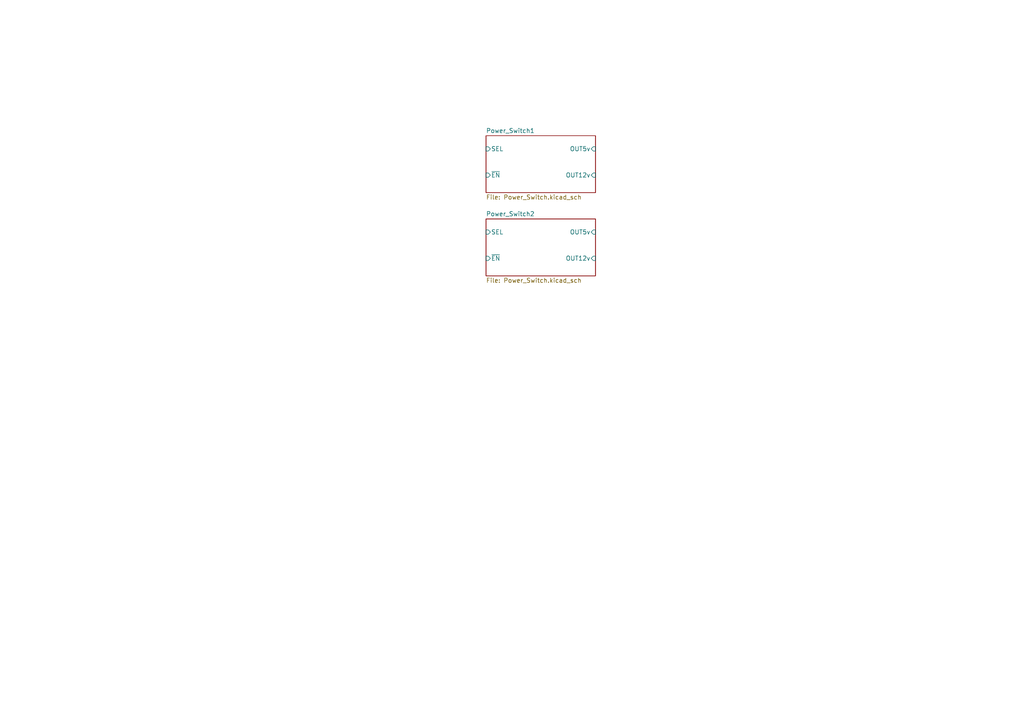
<source format=kicad_sch>
(kicad_sch
	(version 20250114)
	(generator "eeschema")
	(generator_version "9.0")
	(uuid "1f3a7e08-e79a-4dd0-a9ea-bc7cf04d9899")
	(paper "A4")
	(lib_symbols)
	(sheet
		(at 140.97 39.37)
		(size 31.75 16.51)
		(exclude_from_sim no)
		(in_bom yes)
		(on_board yes)
		(dnp no)
		(fields_autoplaced yes)
		(stroke
			(width 0.1524)
			(type solid)
		)
		(fill
			(color 0 0 0 0.0000)
		)
		(uuid "02cafb15-97fd-4bf3-a7ff-c287e9f70498")
		(property "Sheetname" "Power_Switch1"
			(at 140.97 38.6584 0)
			(effects
				(font
					(size 1.27 1.27)
				)
				(justify left bottom)
			)
		)
		(property "Sheetfile" "Power_Switch.kicad_sch"
			(at 140.97 56.4646 0)
			(effects
				(font
					(size 1.27 1.27)
				)
				(justify left top)
			)
		)
		(property "Field2" ""
			(at 140.97 39.37 0)
			(effects
				(font
					(size 1.27 1.27)
				)
			)
		)
		(pin "SEL" input
			(at 140.97 43.18 180)
			(uuid "e4fa8f22-94d5-423d-8430-a4944b5b2e0c")
			(effects
				(font
					(size 1.27 1.27)
				)
				(justify left)
			)
		)
		(pin "OUT5v" input
			(at 172.72 43.18 0)
			(uuid "d4254571-0cb3-473b-a4e8-bf7c9c83e52f")
			(effects
				(font
					(size 1.27 1.27)
				)
				(justify right)
			)
		)
		(pin "OUT12v" input
			(at 172.72 50.8 0)
			(uuid "91e535ea-b5b9-4edf-952b-c12c8eb1fe62")
			(effects
				(font
					(size 1.27 1.27)
				)
				(justify right)
			)
		)
		(pin "~{EN}" input
			(at 140.97 50.8 180)
			(uuid "8ed080a7-6b3d-434e-9236-f65baaf56d96")
			(effects
				(font
					(size 1.27 1.27)
				)
				(justify left)
			)
		)
		(instances
			(project "base-module"
				(path "/090a8e41-87a8-4fb1-998b-60a2c0dc4cee/39f71a30-4448-45b9-87e6-2cf566c8cd4f"
					(page "19")
				)
			)
		)
	)
	(sheet
		(at 140.97 63.5)
		(size 31.75 16.51)
		(exclude_from_sim no)
		(in_bom yes)
		(on_board yes)
		(dnp no)
		(fields_autoplaced yes)
		(stroke
			(width 0.1524)
			(type solid)
		)
		(fill
			(color 0 0 0 0.0000)
		)
		(uuid "070dfafd-1820-462a-add3-6f1d5578212a")
		(property "Sheetname" "Power_Switch2"
			(at 140.97 62.7884 0)
			(effects
				(font
					(size 1.27 1.27)
				)
				(justify left bottom)
			)
		)
		(property "Sheetfile" "Power_Switch.kicad_sch"
			(at 140.97 80.5946 0)
			(effects
				(font
					(size 1.27 1.27)
				)
				(justify left top)
			)
		)
		(property "Field2" ""
			(at 140.97 63.5 0)
			(effects
				(font
					(size 1.27 1.27)
				)
			)
		)
		(pin "SEL" input
			(at 140.97 67.31 180)
			(uuid "f6641e5d-4210-463a-8a1d-d1182ed46281")
			(effects
				(font
					(size 1.27 1.27)
				)
				(justify left)
			)
		)
		(pin "OUT5v" input
			(at 172.72 67.31 0)
			(uuid "3f7fd80a-aaed-411f-8988-ed6949d59c42")
			(effects
				(font
					(size 1.27 1.27)
				)
				(justify right)
			)
		)
		(pin "OUT12v" input
			(at 172.72 74.93 0)
			(uuid "0ed16c1e-74a2-40fe-8c46-31c18bfbd612")
			(effects
				(font
					(size 1.27 1.27)
				)
				(justify right)
			)
		)
		(pin "~{EN}" input
			(at 140.97 74.93 180)
			(uuid "9787c602-f4cf-4736-9a16-49d4c2037ef3")
			(effects
				(font
					(size 1.27 1.27)
				)
				(justify left)
			)
		)
		(instances
			(project "base-module"
				(path "/090a8e41-87a8-4fb1-998b-60a2c0dc4cee/b6b2af81-5f07-436f-b6a5-7acb7f1180b2"
					(page "8")
				)
				(path "/090a8e41-87a8-4fb1-998b-60a2c0dc4cee/39f71a30-4448-45b9-87e6-2cf566c8cd4f"
					(page "16")
				)
			)
		)
	)
)

</source>
